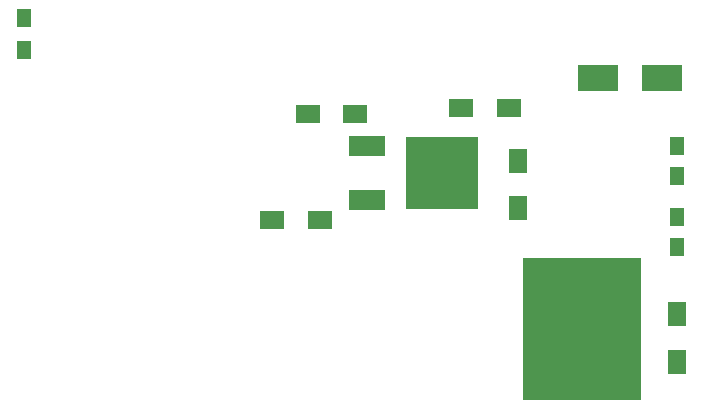
<source format=gbp>
G04 #@! TF.FileFunction,Paste,Bot*
%FSLAX46Y46*%
G04 Gerber Fmt 4.6, Leading zero omitted, Abs format (unit mm)*
G04 Created by KiCad (PCBNEW 4.0.6) date 07/16/17 10:36:20*
%MOMM*%
%LPD*%
G01*
G04 APERTURE LIST*
%ADD10C,0.100000*%
%ADD11R,10.000000X12.000000*%
%ADD12R,1.600000X2.000000*%
%ADD13R,2.000000X1.600000*%
%ADD14R,1.250000X1.500000*%
%ADD15R,3.048000X1.651000*%
%ADD16R,6.096000X6.096000*%
%ADD17R,3.500120X2.301240*%
%ADD18R,1.300000X1.500000*%
G04 APERTURE END LIST*
D10*
D11*
X162000000Y-109264000D03*
D12*
X156500000Y-95000000D03*
X156500000Y-99000000D03*
X170000000Y-108000000D03*
X170000000Y-112000000D03*
D13*
X139750000Y-100000000D03*
X135750000Y-100000000D03*
X151750000Y-90500000D03*
X155750000Y-90500000D03*
X138750000Y-91000000D03*
X142750000Y-91000000D03*
D14*
X170000000Y-96250000D03*
X170000000Y-93750000D03*
X170000000Y-102250000D03*
X170000000Y-99750000D03*
D15*
X143750000Y-98286000D03*
D16*
X150100000Y-96000000D03*
D15*
X143750000Y-93714000D03*
D17*
X163299980Y-88000000D03*
X168700020Y-88000000D03*
D18*
X114750000Y-82900000D03*
X114750000Y-85600000D03*
M02*

</source>
